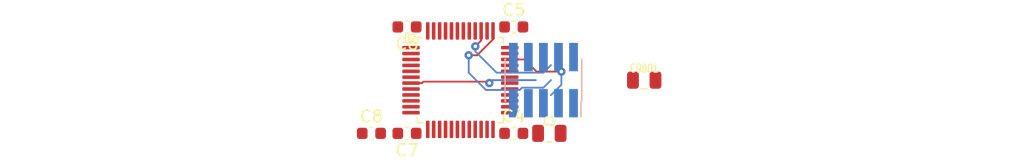
<source format=kicad_pcb>
(kicad_pcb (version 20240108) (generator "pcbnew") (generator_version "8.0")
  (layers (0 "F.Cu" signal "Front") (31 "B.Cu" signal "Back") (34 "B.Paste" user) (35 "F.Paste" user) (36 "B.SilkS" user "B.Silkscreen") (37 "F.SilkS" user "F.Silkscreen") (38 "B.Mask" user) (39 "F.Mask" user) (44 "Edge.Cuts" user))
  (net 0 "")
  (net 1 "usb.gnd")
  (net 2 "reg.pwr_out")
  (net 3 "led.signal")
  (net 4 "mcu.ic.osc.xtal_out")
  (net 5 "mcu.reset_node")
  (net 6 "mcu.ic.osc.xtal_in")
  (net 7 "mcu.swd.tdi")
  (net 8 "mcu.swd_node.swdio")
  (net 9 "mcu.swd_node.swclk")
  (net 10 "mcu.swd.swo")
  (footprint "Capacitor_SMD:C_0603_1608Metric" (layer "F.Cu") (at 153 52.5)
    (property "Reference" "C8" (at 0 -1.43 0) (layer "F.SilkS"))
    (property "Value" "50V 1uF X5R ±10% 0603 Multilayer Ceramic Capacitors MLCC - SMD/SMT ROHS")
    (fp_line (start -0.14058 -0.51) (end 0.14058 -0.51) (stroke (width 0.12)) (layer "F.SilkS"))
    (fp_line (start -0.14058 0.51) (end 0.14058 0.51) (stroke (width 0.12)) (layer "F.SilkS"))
    (pad "1" smd roundrect (at -0.775 0) (size 0.9 0.95) (layers "F.Cu" "F.Paste" "F.Mask") (net 2 "reg.pwr_out"))
    (pad "2" smd roundrect (at 0.775 0) (size 0.9 0.95) (layers "F.Cu" "F.Paste" "F.Mask") (net 1 "usb.gnd"))
  )
  (footprint "Capacitor_SMD:C_0603_1608Metric" (layer "F.Cu") (at 156 43.5 180)
    (property "Reference" "C6" (at 0 -1.43 180) (layer "F.SilkS"))
    (property "Value" "50V 100nF X7R ±10% 0603 Multilayer Ceramic Capacitors MLCC - SMD/SMT ROHS")
    (fp_line (start -0.14058 0.51) (end 0.14058 0.51) (stroke (width 0.12)) (layer "F.SilkS"))
    (fp_line (start -0.14058 -0.51) (end 0.14058 -0.51) (stroke (width 0.12)) (layer "F.SilkS"))
    (pad "1" smd roundrect (at -0.775 0 180) (size 0.9 0.95) (layers "F.Cu" "F.Paste" "F.Mask") (net 2 "reg.pwr_out"))
    (pad "2" smd roundrect (at 0.775 0 180) (size 0.9 0.95) (layers "F.Cu" "F.Paste" "F.Mask") (net 1 "usb.gnd"))
  )
  (footprint "Capacitor_SMD:C_0805_2012Metric" (layer "F.Cu") (at 168 52.5)
    (property "Reference" "C3" (at 0 -1 0) (layer "F.SilkS") (effects (font (size 0.7 0.5) (thickness 0.1))))
    (property "Value" "25V 4.7uF X5R ±10% 0805 Multilayer Ceramic Capacitors MLCC - SMD/SMT ROHS")
    (fp_line (start -0.261252 -0.735) (end 0.261252 -0.735) (stroke (width 0.12)) (layer "F.SilkS"))
    (fp_line (start -0.261252 0.735) (end 0.261252 0.735) (stroke (width 0.12)) (layer "F.SilkS"))
    (pad "1" smd roundrect (at -0.95 0) (size 1 1.45) (layers "F.Cu" "F.Paste" "F.Mask") (net 2 "reg.pwr_out"))
    (pad "2" smd roundrect (at 0.95 0) (size 1 1.45) (layers "F.Cu" "F.Paste" "F.Mask") (net 1 "usb.gnd"))
  )
  (footprint "Package_QFP:LQFP-48_7x7mm_P0.5mm" (layer "F.Cu") (at 160.5 48)
    (property "Reference" "U2" (at -4.25 -3.5 0) (layer "F.SilkS") (effects (font (size 0.7 0.5) (thickness 0.1))))
    (property "Value" "STM32F103xxT6")
    (fp_line (start -3.61 -3.61) (end -3.61 -3.16) (stroke (width 0.12)) (layer "F.SilkS"))
    (fp_line (start -3.61 -3.16) (end -4.9 -3.16) (stroke (width 0.12)) (layer "F.SilkS"))
    (fp_line (start -3.61 3.61) (end -3.61 3.16) (stroke (width 0.12)) (layer "F.SilkS"))
    (fp_line (start -3.16 -3.61) (end -3.61 -3.61) (stroke (width 0.12)) (layer "F.SilkS"))
    (fp_line (start -3.16 3.61) (end -3.61 3.61) (stroke (width 0.12)) (layer "F.SilkS"))
    (fp_line (start 3.16 -3.61) (end 3.61 -3.61) (stroke (width 0.12)) (layer "F.SilkS"))
    (fp_line (start 3.16 3.61) (end 3.61 3.61) (stroke (width 0.12)) (layer "F.SilkS"))
    (fp_line (start 3.61 -3.61) (end 3.61 -3.16) (stroke (width 0.12)) (layer "F.SilkS"))
    (fp_line (start 3.61 3.61) (end 3.61 3.16) (stroke (width 0.12)) (layer "F.SilkS"))
    (pad "1" smd roundrect (at -4.1625 -2.75) (size 1.475 0.3) (layers "F.Cu" "F.Paste" "F.Mask") (net 2 "reg.pwr_out"))
    (pad "2" smd roundrect (at -4.1625 -2.25) (size 1.475 0.3) (layers "F.Cu" "F.Paste" "F.Mask"))
    (pad "3" smd roundrect (at -4.1625 -1.75) (size 1.475 0.3) (layers "F.Cu" "F.Paste" "F.Mask"))
    (pad "4" smd roundrect (at -4.1625 -1.25) (size 1.475 0.3) (layers "F.Cu" "F.Paste" "F.Mask"))
    (pad "5" smd roundrect (at -4.1625 -0.75) (size 1.475 0.3) (layers "F.Cu" "F.Paste" "F.Mask") (net 6 "mcu.ic.osc.xtal_in"))
    (pad "6" smd roundrect (at -4.1625 -0.25) (size 1.475 0.3) (layers "F.Cu" "F.Paste" "F.Mask") (net 4 "mcu.ic.osc.xtal_out"))
    (pad "7" smd roundrect (at -4.1625 0.25) (size 1.475 0.3) (layers "F.Cu" "F.Paste" "F.Mask") (net 5 "mcu.reset_node"))
    (pad "8" smd roundrect (at -4.1625 0.75) (size 1.475 0.3) (layers "F.Cu" "F.Paste" "F.Mask") (net 1 "usb.gnd"))
    (pad "9" smd roundrect (at -4.1625 1.25) (size 1.475 0.3) (layers "F.Cu" "F.Paste" "F.Mask") (net 2 "reg.pwr_out"))
    (pad "10" smd roundrect (at -4.1625 1.75) (size 1.475 0.3) (layers "F.Cu" "F.Paste" "F.Mask") (net 3 "led.signal"))
    (pad "11" smd roundrect (at -4.1625 2.25) (size 1.475 0.3) (layers "F.Cu" "F.Paste" "F.Mask"))
    (pad "12" smd roundrect (at -4.1625 2.75) (size 1.475 0.3) (layers "F.Cu" "F.Paste" "F.Mask"))
    (pad "13" smd roundrect (at -2.75 4.1625) (size 0.3 1.475) (layers "F.Cu" "F.Paste" "F.Mask"))
    (pad "14" smd roundrect (at -2.25 4.1625) (size 0.3 1.475) (layers "F.Cu" "F.Paste" "F.Mask"))
    (pad "15" smd roundrect (at -1.75 4.1625) (size 0.3 1.475) (layers "F.Cu" "F.Paste" "F.Mask"))
    (pad "16" smd roundrect (at -1.25 4.1625) (size 0.3 1.475) (layers "F.Cu" "F.Paste" "F.Mask"))
    (pad "17" smd roundrect (at -0.75 4.1625) (size 0.3 1.475) (layers "F.Cu" "F.Paste" "F.Mask"))
    (pad "18" smd roundrect (at -0.25 4.1625) (size 0.3 1.475) (layers "F.Cu" "F.Paste" "F.Mask"))
    (pad "19" smd roundrect (at 0.25 4.1625) (size 0.3 1.475) (layers "F.Cu" "F.Paste" "F.Mask"))
    (pad "20" smd roundrect (at 0.75 4.1625) (size 0.3 1.475) (layers "F.Cu" "F.Paste" "F.Mask"))
    (pad "21" smd roundrect (at 1.25 4.1625) (size 0.3 1.475) (layers "F.Cu" "F.Paste" "F.Mask"))
    (pad "22" smd roundrect (at 1.75 4.1625) (size 0.3 1.475) (layers "F.Cu" "F.Paste" "F.Mask"))
    (pad "23" smd roundrect (at 2.25 4.1625) (size 0.3 1.475) (layers "F.Cu" "F.Paste" "F.Mask") (net 1 "usb.gnd"))
    (pad "24" smd roundrect (at 2.75 4.1625) (size 0.3 1.475) (layers "F.Cu" "F.Paste" "F.Mask") (net 2 "reg.pwr_out"))
    (pad "25" smd roundrect (at 4.1625 2.75) (size 1.475 0.3) (layers "F.Cu" "F.Paste" "F.Mask"))
    (pad "26" smd roundrect (at 4.1625 2.25) (size 1.475 0.3) (layers "F.Cu" "F.Paste" "F.Mask"))
    (pad "27" smd roundrect (at 4.1625 1.75) (size 1.475 0.3) (layers "F.Cu" "F.Paste" "F.Mask"))
    (pad "28" smd roundrect (at 4.1625 1.25) (size 1.475 0.3) (layers "F.Cu" "F.Paste" "F.Mask"))
    (pad "29" smd roundrect (at 4.1625 0.75) (size 1.475 0.3) (layers "F.Cu" "F.Paste" "F.Mask"))
    (pad "30" smd roundrect (at 4.1625 0.25) (size 1.475 0.3) (layers "F.Cu" "F.Paste" "F.Mask"))
    (pad "31" smd roundrect (at 4.1625 -0.25) (size 1.475 0.3) (layers "F.Cu" "F.Paste" "F.Mask"))
    (pad "32" smd roundrect (at 4.1625 -0.75) (size 1.475 0.3) (layers "F.Cu" "F.Paste" "F.Mask"))
    (pad "33" smd roundrect (at 4.1625 -1.25) (size 1.475 0.3) (layers "F.Cu" "F.Paste" "F.Mask"))
    (pad "34" smd roundrect (at 4.1625 -1.75) (size 1.475 0.3) (layers "F.Cu" "F.Paste" "F.Mask") (net 8 "mcu.swd_node.swdio"))
    (pad "35" smd roundrect (at 4.1625 -2.25) (size 1.475 0.3) (layers "F.Cu" "F.Paste" "F.Mask") (net 1 "usb.gnd"))
    (pad "36" smd roundrect (at 4.1625 -2.75) (size 1.475 0.3) (layers "F.Cu" "F.Paste" "F.Mask") (net 2 "reg.pwr_out"))
    (pad "37" smd roundrect (at 2.75 -4.1625) (size 0.3 1.475) (layers "F.Cu" "F.Paste" "F.Mask") (net 9 "mcu.swd_node.swclk"))
    (pad "38" smd roundrect (at 2.25 -4.1625) (size 0.3 1.475) (layers "F.Cu" "F.Paste" "F.Mask"))
    (pad "39" smd roundrect (at 1.75 -4.1625) (size 0.3 1.475) (layers "F.Cu" "F.Paste" "F.Mask"))
    (pad "40" smd roundrect (at 1.25 -4.1625) (size 0.3 1.475) (layers "F.Cu" "F.Paste" "F.Mask"))
    (pad "41" smd roundrect (at 0.75 -4.1625) (size 0.3 1.475) (layers "F.Cu" "F.Paste" "F.Mask"))
    (pad "42" smd roundrect (at 0.25 -4.1625) (size 0.3 1.475) (layers "F.Cu" "F.Paste" "F.Mask"))
    (pad "43" smd roundrect (at -0.25 -4.1625) (size 0.3 1.475) (layers "F.Cu" "F.Paste" "F.Mask"))
    (pad "44" smd roundrect (at -0.75 -4.1625) (size 0.3 1.475) (layers "F.Cu" "F.Paste" "F.Mask") (net 1 "usb.gnd"))
    (pad "45" smd roundrect (at -1.25 -4.1625) (size 0.3 1.475) (layers "F.Cu" "F.Paste" "F.Mask"))
    (pad "46" smd roundrect (at -1.75 -4.1625) (size 0.3 1.475) (layers "F.Cu" "F.Paste" "F.Mask"))
    (pad "47" smd roundrect (at -2.25 -4.1625) (size 0.3 1.475) (layers "F.Cu" "F.Paste" "F.Mask") (net 1 "usb.gnd"))
    (pad "48" smd roundrect (at -2.75 -4.1625) (size 0.3 1.475) (layers "F.Cu" "F.Paste" "F.Mask") (net 2 "reg.pwr_out"))
  )
  (footprint "Capacitor_SMD:C_0603_1608Metric" (layer "F.Cu") (at 165 43.5)
    (property "Reference" "C5" (at 0 -1.43 0) (layer "F.SilkS"))
    (property "Value" "50V 100nF X7R ±10% 0603 Multilayer Ceramic Capacitors MLCC - SMD/SMT ROHS")
    (fp_line (start -0.14058 -0.51) (end 0.14058 -0.51) (stroke (width 0.12)) (layer "F.SilkS"))
    (fp_line (start -0.14058 0.51) (end 0.14058 0.51) (stroke (width 0.12)) (layer "F.SilkS"))
    (pad "1" smd roundrect (at -0.775 0) (size 0.9 0.95) (layers "F.Cu" "F.Paste" "F.Mask") (net 2 "reg.pwr_out"))
    (pad "2" smd roundrect (at 0.775 0) (size 0.9 0.95) (layers "F.Cu" "F.Paste" "F.Mask") (net 1 "usb.gnd"))
  )
  (footprint "Capacitor_SMD:C_0603_1608Metric" (layer "F.Cu") (at 156 52.5 180)
    (property "Reference" "C7" (at 0 -1.43 180) (layer "F.SilkS"))
    (property "Value" "50V 10nF X7R ±10% 0603 Multilayer Ceramic Capacitors MLCC - SMD/SMT ROHS")
    (fp_line (start -0.14058 0.51) (end 0.14058 0.51) (stroke (width 0.12)) (layer "F.SilkS"))
    (fp_line (start -0.14058 -0.51) (end 0.14058 -0.51) (stroke (width 0.12)) (layer "F.SilkS"))
    (pad "1" smd roundrect (at -0.775 0 180) (size 0.9 0.95) (layers "F.Cu" "F.Paste" "F.Mask") (net 2 "reg.pwr_out"))
    (pad "2" smd roundrect (at 0.775 0 180) (size 0.9 0.95) (layers "F.Cu" "F.Paste" "F.Mask") (net 1 "usb.gnd"))
  )
  (footprint "Capacitor_SMD:C_0603_1608Metric" (layer "F.Cu") (at 165 52.5)
    (property "Reference" "C4" (at 0 -1.43 0) (layer "F.SilkS"))
    (property "Value" "50V 100nF X7R ±10% 0603 Multilayer Ceramic Capacitors MLCC - SMD/SMT ROHS")
    (fp_line (start -0.14058 -0.51) (end 0.14058 -0.51) (stroke (width 0.12)) (layer "F.SilkS"))
    (fp_line (start -0.14058 0.51) (end 0.14058 0.51) (stroke (width 0.12)) (layer "F.SilkS"))
    (pad "1" smd roundrect (at -0.775 0) (size 0.9 0.95) (layers "F.Cu" "F.Paste" "F.Mask") (net 2 "reg.pwr_out"))
    (pad "2" smd roundrect (at 0.775 0) (size 0.9 0.95) (layers "F.Cu" "F.Paste" "F.Mask") (net 1 "usb.gnd"))
  )
  (footprint "Capacitor_SMD:C_0805_2012Metric" (layer "F.Cu") (at 176 48)
    (property "Reference" "C9001" (at 0 -1 0) (layer "F.SilkS") (effects (font (size 0.7 0.5) (thickness 0.1))))
    (property "Value" "25V 4.7uF X5R ±10% 0805 Multilayer Ceramic Capacitors MLCC - SMD/SMT ROHS")
    (fp_line (start -0.261252 -0.735) (end 0.261252 -0.735) (stroke (width 0.12)) (layer "F.SilkS"))
    (fp_line (start -0.261252 0.735) (end 0.261252 0.735) (stroke (width 0.12)) (layer "F.SilkS"))
    (pad "1" smd roundrect (at -0.95 0) (size 1 1.45) (layers "F.Cu" "F.Paste" "F.Mask"))
    (pad "2" smd roundrect (at 0.95 0) (size 1 1.45) (layers "F.Cu" "F.Paste" "F.Mask"))
  )
  (footprint "Connector_PinHeader_1.27mm:PinHeader_2x05_P1.27mm_Vertical_SMD" (layer "B.Cu") (at 167.5 48 90)
    (property "Reference" "J2" (hide yes))
    (property "Value" "PinHeader1.27 Shrouded 2x5")
    (fp_line (start 1.765 -3.235) (end -1.765 -3.235) (stroke (width 0.12)) (layer "B.SilkS"))
    (fp_line (start 1.765 -3.235) (end 1.765 -3.17) (stroke (width 0.12)) (layer "B.SilkS"))
    (fp_line (start -1.765 -3.235) (end -1.765 -3.17) (stroke (width 0.12)) (layer "B.SilkS"))
    (fp_line (start 1.765 3.17) (end 1.765 3.235) (stroke (width 0.12)) (layer "B.SilkS"))
    (fp_line (start -1.765 3.17) (end -3.09 3.17) (stroke (width 0.12)) (layer "B.SilkS"))
    (fp_line (start -1.765 3.17) (end -1.765 3.235) (stroke (width 0.12)) (layer "B.SilkS"))
    (fp_line (start 1.765 3.235) (end -1.765 3.235) (stroke (width 0.12)) (layer "B.SilkS"))
    (pad "1" smd rect (at -1.95 2.54 90) (size 2.4 0.74) (layers "B.Cu" "B.Paste" "B.Mask") (net 2 "reg.pwr_out"))
    (pad "2" smd rect (at 1.95 2.54 90) (size 2.4 0.74) (layers "B.Cu" "B.Paste" "B.Mask") (net 8 "mcu.swd_node.swdio"))
    (pad "3" smd rect (at -1.95 1.27 90) (size 2.4 0.74) (layers "B.Cu" "B.Paste" "B.Mask") (net 1 "usb.gnd"))
    (pad "4" smd rect (at 1.95 1.27 90) (size 2.4 0.74) (layers "B.Cu" "B.Paste" "B.Mask") (net 9 "mcu.swd_node.swclk"))
    (pad "5" smd rect (at -1.95 0 90) (size 2.4 0.74) (layers "B.Cu" "B.Paste" "B.Mask") (net 1 "usb.gnd"))
    (pad "6" smd rect (at 1.95 0 90) (size 2.4 0.74) (layers "B.Cu" "B.Paste" "B.Mask") (net 10 "mcu.swd.swo"))
    (pad "7" smd rect (at -1.95 -1.27 90) (size 2.4 0.74) (layers "B.Cu" "B.Paste" "B.Mask"))
    (pad "8" smd rect (at 1.95 -1.27 90) (size 2.4 0.74) (layers "B.Cu" "B.Paste" "B.Mask") (net 7 "mcu.swd.tdi"))
    (pad "9" smd rect (at -1.95 -2.54 90) (size 2.4 0.74) (layers "B.Cu" "B.Paste" "B.Mask") (net 1 "usb.gnd"))
    (pad "10" smd rect (at 1.95 -2.54 90) (size 2.4 0.74) (layers "B.Cu" "B.Paste" "B.Mask") (net 5 "mcu.reset_node"))
  )
  (segment (start 157.25 48.25) (end 156.3375 48.25) (width 0.15) (layer "F.Cu") (net 5))
  (segment (start 157.3745 48.1255) (end 157.25 48.25) (width 0.15) (layer "F.Cu") (net 5))
  (segment (start 162.9414 48.2437) (end 162.8232 48.1255) (width 0.15) (layer "F.Cu") (net 5))
  (segment (start 162.8232 48.1255) (end 157.3745 48.1255) (width 0.15) (layer "F.Cu") (net 5))
  (via (at 162.9414 48.2437) (size 0.7) (drill 0.3) (layers "F.Cu" "B.Cu") (net 5))
  (segment (start 162.9414 48.2437) (end 163.1851 48) (width 0.15) (layer "B.Cu") (net 5))
  (segment (start 163.1851 48) (end 166.865 48) (width 0.15) (layer "B.Cu") (net 5))
  (segment (start 169.0153 47.2768) (end 166.9227 47.2768) (width 0.15) (layer "F.Cu") (net 8))
  (segment (start 166.9227 47.2768) (end 165.8959 46.25) (width 0.15) (layer "F.Cu") (net 8))
  (segment (start 165.8959 46.25) (end 164.6625 46.25) (width 0.15) (layer "F.Cu") (net 8))
  (via (at 169.0153 47.2768) (size 0.7) (drill 0.3) (layers "F.Cu" "B.Cu") (net 8))
  (segment (start 168.135 49.27) (end 169.0153 48.3897) (width 0.15) (layer "B.Cu") (net 8))
  (segment (start 169.0153 48.3897) (end 169.0153 47.2768) (width 0.15) (layer "B.Cu") (net 8))
  (segment (start 163.25 44.555) (end 161.9074 45.8976) (width 0.15) (layer "F.Cu") (net 9))
  (segment (start 163.25 43.8375) (end 163.25 44.555) (width 0.15) (layer "F.Cu") (net 9))
  (segment (start 161.9074 45.8976) (end 161.2022 45.8976) (width 0.15) (layer "F.Cu") (net 9))
  (via (at 161.2022 45.8976) (size 0.7) (drill 0.3) (layers "F.Cu" "B.Cu") (net 9))
  (segment (start 167.5 48.635) (end 165.6999 48.635) (width 0.15) (layer "B.Cu") (net 9))
  (segment (start 162.6548 48.8296) (end 161.2022 47.377) (width 0.15) (layer "B.Cu") (net 9))
  (segment (start 165.6999 48.635) (end 165.5053 48.8296) (width 0.15) (layer "B.Cu") (net 9))
  (segment (start 168.135 48) (end 167.5 48.635) (width 0.15) (layer "B.Cu") (net 9))
  (segment (start 165.5053 48.8296) (end 162.6548 48.8296) (width 0.15) (layer "B.Cu") (net 9))
  (segment (start 161.2022 47.377) (end 161.2022 45.8976) (width 0.15) (layer "B.Cu") (net 9))
  (segment (start 161.7598 45.1416) (end 162.25 44.6514) (width 0.15) (layer "F.Cu") (net 10))
  (segment (start 162.25 44.6514) (end 162.25 43.8375) (width 0.15) (layer "F.Cu") (net 10))
  (via (at 161.7598 45.1416) (size 0.7) (drill 0.3) (layers "F.Cu" "B.Cu") (net 10))
  (segment (start 163.5503 47.365) (end 161.7598 45.5745) (width 0.15) (layer "B.Cu") (net 10))
  (segment (start 167.5 47.365) (end 163.5503 47.365) (width 0.15) (layer "B.Cu") (net 10))
  (segment (start 168.135 46.73) (end 167.5 47.365) (width 0.15) (layer "B.Cu") (net 10))
  (segment (start 161.7598 45.5745) (end 161.7598 45.1416) (width 0.15) (layer "B.Cu") (net 10))
)
</source>
